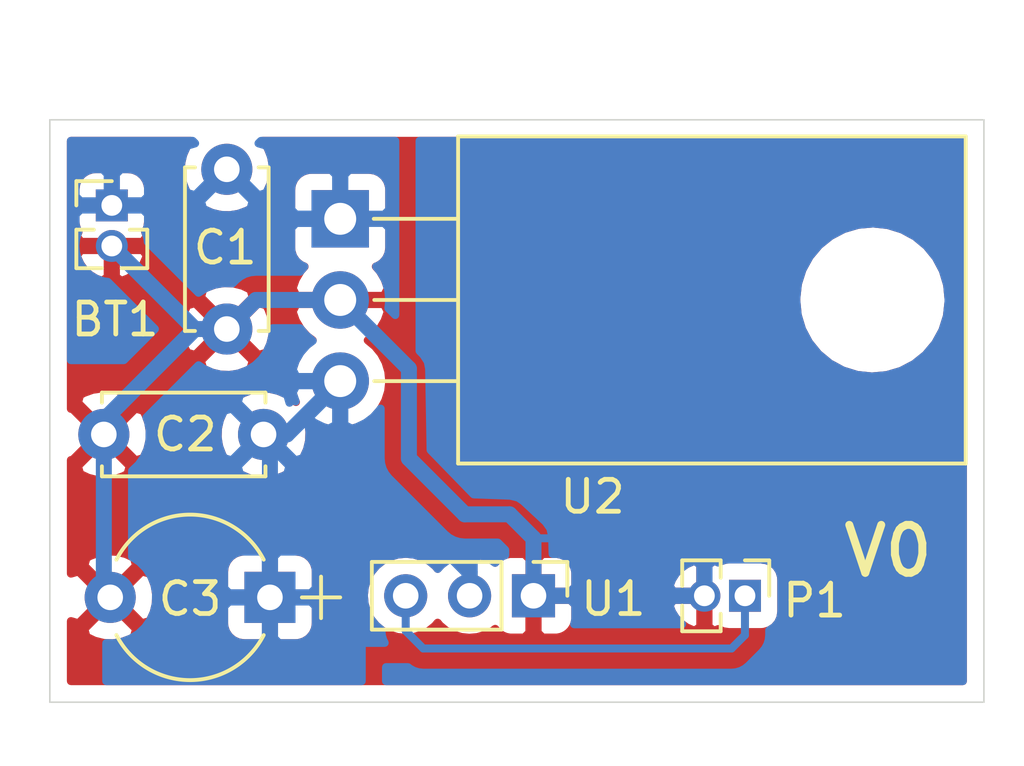
<source format=kicad_pcb>
(kicad_pcb (version 4) (host pcbnew 4.0.5)

  (general
    (links 12)
    (no_connects 0)
    (area 0 0 0 0)
    (thickness 1.6)
    (drawings 5)
    (tracks 34)
    (zones 0)
    (modules 7)
    (nets 5)
  )

  (page USLetter)
  (title_block
    (title "Light Flicker Sensor")
    (date 2017-10-08)
    (rev 0)
  )

  (layers
    (0 F.Cu signal)
    (31 B.Cu signal)
    (33 F.Adhes user)
    (35 F.Paste user)
    (37 F.SilkS user)
    (39 F.Mask user)
    (40 Dwgs.User user)
    (41 Cmts.User user)
    (42 Eco1.User user)
    (43 Eco2.User user)
    (44 Edge.Cuts user)
    (45 Margin user)
    (47 F.CrtYd user)
    (49 F.Fab user hide)
  )

  (setup
    (last_trace_width 0.25)
    (trace_clearance 0.1524)
    (zone_clearance 0.508)
    (zone_45_only no)
    (trace_min 0.1524)
    (segment_width 0.2)
    (edge_width 0.05)
    (via_size 0.6)
    (via_drill 0.4)
    (via_min_size 0.4)
    (via_min_drill 0.254)
    (uvia_size 0.3)
    (uvia_drill 0.1)
    (uvias_allowed no)
    (uvia_min_size 0.2)
    (uvia_min_drill 0.1)
    (pcb_text_width 0.3)
    (pcb_text_size 1.5 1.5)
    (mod_edge_width 0.15)
    (mod_text_size 1 1)
    (mod_text_width 0.15)
    (pad_size 1.524 1.524)
    (pad_drill 0.762)
    (pad_to_mask_clearance 0.2)
    (aux_axis_origin 0 0)
    (visible_elements FFFFFF7F)
    (pcbplotparams
      (layerselection 0x00030_80000001)
      (usegerberextensions false)
      (excludeedgelayer true)
      (linewidth 0.100000)
      (plotframeref false)
      (viasonmask false)
      (mode 1)
      (useauxorigin false)
      (hpglpennumber 1)
      (hpglpenspeed 20)
      (hpglpendiameter 15)
      (hpglpenoverlay 2)
      (psnegative false)
      (psa4output false)
      (plotreference true)
      (plotvalue true)
      (plotinvisibletext false)
      (padsonsilk false)
      (subtractmaskfromsilk false)
      (outputformat 1)
      (mirror false)
      (drillshape 1)
      (scaleselection 1)
      (outputdirectory ""))
  )

  (net 0 "")
  (net 1 +BATT)
  (net 2 GND)
  (net 3 +5V)
  (net 4 "Net-(P1-Pad1)")

  (net_class Default "This is the default net class."
    (clearance 0.1524)
    (trace_width 0.25)
    (via_dia 0.6)
    (via_drill 0.4)
    (uvia_dia 0.3)
    (uvia_drill 0.1)
    (add_net +5V)
    (add_net +BATT)
    (add_net GND)
    (add_net "Net-(P1-Pad1)")
  )

  (net_class Pwr ""
    (clearance 0.1524)
    (trace_width 0.5)
    (via_dia 0.6)
    (via_drill 0.4)
    (uvia_dia 0.3)
    (uvia_drill 0.1)
  )

  (module Pin_Headers:Pin_Header_Straight_1x02_Pitch1.27mm (layer F.Cu) (tedit 59650535) (tstamp 59DA5E1C)
    (at 137.5 89.43)
    (descr "Through hole straight pin header, 1x02, 1.27mm pitch, single row")
    (tags "Through hole pin header THT 1x02 1.27mm single row")
    (path /59DA5E15)
    (fp_text reference BT1 (at 0.1 3.57) (layer F.SilkS)
      (effects (font (size 1 1) (thickness 0.15)))
    )
    (fp_text value Battery (at 0 2.965) (layer F.Fab)
      (effects (font (size 1 1) (thickness 0.15)))
    )
    (fp_line (start -0.525 -0.635) (end 1.05 -0.635) (layer F.Fab) (width 0.1))
    (fp_line (start 1.05 -0.635) (end 1.05 1.905) (layer F.Fab) (width 0.1))
    (fp_line (start 1.05 1.905) (end -1.05 1.905) (layer F.Fab) (width 0.1))
    (fp_line (start -1.05 1.905) (end -1.05 -0.11) (layer F.Fab) (width 0.1))
    (fp_line (start -1.05 -0.11) (end -0.525 -0.635) (layer F.Fab) (width 0.1))
    (fp_line (start -1.11 1.965) (end -0.30753 1.965) (layer F.SilkS) (width 0.12))
    (fp_line (start 0.30753 1.965) (end 1.11 1.965) (layer F.SilkS) (width 0.12))
    (fp_line (start -1.11 0.76) (end -1.11 1.965) (layer F.SilkS) (width 0.12))
    (fp_line (start 1.11 0.76) (end 1.11 1.965) (layer F.SilkS) (width 0.12))
    (fp_line (start -1.11 0.76) (end -0.563471 0.76) (layer F.SilkS) (width 0.12))
    (fp_line (start 0.563471 0.76) (end 1.11 0.76) (layer F.SilkS) (width 0.12))
    (fp_line (start -1.11 0) (end -1.11 -0.76) (layer F.SilkS) (width 0.12))
    (fp_line (start -1.11 -0.76) (end 0 -0.76) (layer F.SilkS) (width 0.12))
    (fp_line (start -1.55 -1.15) (end -1.55 2.45) (layer F.CrtYd) (width 0.05))
    (fp_line (start -1.55 2.45) (end 1.55 2.45) (layer F.CrtYd) (width 0.05))
    (fp_line (start 1.55 2.45) (end 1.55 -1.15) (layer F.CrtYd) (width 0.05))
    (fp_line (start 1.55 -1.15) (end -1.55 -1.15) (layer F.CrtYd) (width 0.05))
    (fp_text user %R (at 0 0.635 90) (layer F.Fab)
      (effects (font (size 1 1) (thickness 0.15)))
    )
    (pad 1 thru_hole rect (at 0 0) (size 1 1) (drill 0.65) (layers *.Cu *.Mask)
      (net 1 +BATT))
    (pad 2 thru_hole oval (at 0 1.27) (size 1 1) (drill 0.65) (layers *.Cu *.Mask)
      (net 2 GND))
    (model ${KISYS3DMOD}/Pin_Headers.3dshapes/Pin_Header_Straight_1x02_Pitch1.27mm.wrl
      (at (xyz 0 0 0))
      (scale (xyz 1 1 1))
      (rotate (xyz 0 0 0))
    )
  )

  (module Capacitors_THT:C_Disc_D5.0mm_W2.5mm_P5.00mm (layer F.Cu) (tedit 597BC7C2) (tstamp 59DA5E31)
    (at 141.1 88.3 270)
    (descr "C, Disc series, Radial, pin pitch=5.00mm, , diameter*width=5*2.5mm^2, Capacitor, http://cdn-reichelt.de/documents/datenblatt/B300/DS_KERKO_TC.pdf")
    (tags "C Disc series Radial pin pitch 5.00mm  diameter 5mm width 2.5mm Capacitor")
    (path /59DA558F)
    (fp_text reference C1 (at 2.45 0.05 360) (layer F.SilkS)
      (effects (font (size 1 1) (thickness 0.15)))
    )
    (fp_text value "100 nF" (at 2.5 2.56 270) (layer F.Fab)
      (effects (font (size 1 1) (thickness 0.15)))
    )
    (fp_line (start 0 -1.25) (end 0 1.25) (layer F.Fab) (width 0.1))
    (fp_line (start 0 1.25) (end 5 1.25) (layer F.Fab) (width 0.1))
    (fp_line (start 5 1.25) (end 5 -1.25) (layer F.Fab) (width 0.1))
    (fp_line (start 5 -1.25) (end 0 -1.25) (layer F.Fab) (width 0.1))
    (fp_line (start -0.06 -1.31) (end 5.06 -1.31) (layer F.SilkS) (width 0.12))
    (fp_line (start -0.06 1.31) (end 5.06 1.31) (layer F.SilkS) (width 0.12))
    (fp_line (start -0.06 -1.31) (end -0.06 -0.996) (layer F.SilkS) (width 0.12))
    (fp_line (start -0.06 0.996) (end -0.06 1.31) (layer F.SilkS) (width 0.12))
    (fp_line (start 5.06 -1.31) (end 5.06 -0.996) (layer F.SilkS) (width 0.12))
    (fp_line (start 5.06 0.996) (end 5.06 1.31) (layer F.SilkS) (width 0.12))
    (fp_line (start -1.05 -1.6) (end -1.05 1.6) (layer F.CrtYd) (width 0.05))
    (fp_line (start -1.05 1.6) (end 6.05 1.6) (layer F.CrtYd) (width 0.05))
    (fp_line (start 6.05 1.6) (end 6.05 -1.6) (layer F.CrtYd) (width 0.05))
    (fp_line (start 6.05 -1.6) (end -1.05 -1.6) (layer F.CrtYd) (width 0.05))
    (fp_text user %R (at 2.5 0 270) (layer F.Fab)
      (effects (font (size 1 1) (thickness 0.15)))
    )
    (pad 1 thru_hole circle (at 0 0 270) (size 1.6 1.6) (drill 0.8) (layers *.Cu *.Mask)
      (net 1 +BATT))
    (pad 2 thru_hole circle (at 5 0 270) (size 1.6 1.6) (drill 0.8) (layers *.Cu *.Mask)
      (net 2 GND))
    (model ${KISYS3DMOD}/Capacitors_THT.3dshapes/C_Disc_D5.0mm_W2.5mm_P5.00mm.wrl
      (at (xyz 0 0 0))
      (scale (xyz 1 1 1))
      (rotate (xyz 0 0 0))
    )
  )

  (module Capacitors_THT:C_Disc_D5.0mm_W2.5mm_P5.00mm (layer F.Cu) (tedit 597BC7C2) (tstamp 59DA5E46)
    (at 142.25 96.6 180)
    (descr "C, Disc series, Radial, pin pitch=5.00mm, , diameter*width=5*2.5mm^2, Capacitor, http://cdn-reichelt.de/documents/datenblatt/B300/DS_KERKO_TC.pdf")
    (tags "C Disc series Radial pin pitch 5.00mm  diameter 5mm width 2.5mm Capacitor")
    (path /59DA5760)
    (fp_text reference C2 (at 2.45 0 180) (layer F.SilkS)
      (effects (font (size 1 1) (thickness 0.15)))
    )
    (fp_text value "100 nF" (at 2.5 2.56 180) (layer F.Fab)
      (effects (font (size 1 1) (thickness 0.15)))
    )
    (fp_line (start 0 -1.25) (end 0 1.25) (layer F.Fab) (width 0.1))
    (fp_line (start 0 1.25) (end 5 1.25) (layer F.Fab) (width 0.1))
    (fp_line (start 5 1.25) (end 5 -1.25) (layer F.Fab) (width 0.1))
    (fp_line (start 5 -1.25) (end 0 -1.25) (layer F.Fab) (width 0.1))
    (fp_line (start -0.06 -1.31) (end 5.06 -1.31) (layer F.SilkS) (width 0.12))
    (fp_line (start -0.06 1.31) (end 5.06 1.31) (layer F.SilkS) (width 0.12))
    (fp_line (start -0.06 -1.31) (end -0.06 -0.996) (layer F.SilkS) (width 0.12))
    (fp_line (start -0.06 0.996) (end -0.06 1.31) (layer F.SilkS) (width 0.12))
    (fp_line (start 5.06 -1.31) (end 5.06 -0.996) (layer F.SilkS) (width 0.12))
    (fp_line (start 5.06 0.996) (end 5.06 1.31) (layer F.SilkS) (width 0.12))
    (fp_line (start -1.05 -1.6) (end -1.05 1.6) (layer F.CrtYd) (width 0.05))
    (fp_line (start -1.05 1.6) (end 6.05 1.6) (layer F.CrtYd) (width 0.05))
    (fp_line (start 6.05 1.6) (end 6.05 -1.6) (layer F.CrtYd) (width 0.05))
    (fp_line (start 6.05 -1.6) (end -1.05 -1.6) (layer F.CrtYd) (width 0.05))
    (fp_text user %R (at 2.5 0 180) (layer F.Fab)
      (effects (font (size 1 1) (thickness 0.15)))
    )
    (pad 1 thru_hole circle (at 0 0 180) (size 1.6 1.6) (drill 0.8) (layers *.Cu *.Mask)
      (net 3 +5V))
    (pad 2 thru_hole circle (at 5 0 180) (size 1.6 1.6) (drill 0.8) (layers *.Cu *.Mask)
      (net 2 GND))
    (model ${KISYS3DMOD}/Capacitors_THT.3dshapes/C_Disc_D5.0mm_W2.5mm_P5.00mm.wrl
      (at (xyz 0 0 0))
      (scale (xyz 1 1 1))
      (rotate (xyz 0 0 0))
    )
  )

  (module Capacitors_THT:CP_Radial_Tantal_D5.0mm_P5.00mm (layer F.Cu) (tedit 597C781B) (tstamp 59DA5E58)
    (at 142.45 101.7 180)
    (descr "CP, Radial_Tantal series, Radial, pin pitch=5.00mm, , diameter=5.0mm, Tantal Electrolytic Capacitor, http://cdn-reichelt.de/documents/datenblatt/B300/TANTAL-TB-Serie%23.pdf")
    (tags "CP Radial_Tantal series Radial pin pitch 5.00mm  diameter 5.0mm Tantal Electrolytic Capacitor")
    (path /59DA57AD)
    (fp_text reference C3 (at 2.5 -0.05 180) (layer F.SilkS)
      (effects (font (size 1 1) (thickness 0.15)))
    )
    (fp_text value "10 µF" (at 2.5 3.81 180) (layer F.Fab)
      (effects (font (size 1 1) (thickness 0.15)))
    )
    (fp_arc (start 2.5 0) (end 0.19442 -1.18) (angle 125.8) (layer F.SilkS) (width 0.12))
    (fp_arc (start 2.5 0) (end 0.19442 1.18) (angle -125.8) (layer F.SilkS) (width 0.12))
    (fp_circle (center 2.5 0) (end 5 0) (layer F.Fab) (width 0.1))
    (fp_line (start -2.2 0) (end -1 0) (layer F.Fab) (width 0.1))
    (fp_line (start -1.6 -0.65) (end -1.6 0.65) (layer F.Fab) (width 0.1))
    (fp_line (start -2.2 0) (end -1 0) (layer F.SilkS) (width 0.12))
    (fp_line (start -1.6 -0.65) (end -1.6 0.65) (layer F.SilkS) (width 0.12))
    (fp_line (start -1.05 -2.85) (end -1.05 2.85) (layer F.CrtYd) (width 0.05))
    (fp_line (start -1.05 2.85) (end 6.05 2.85) (layer F.CrtYd) (width 0.05))
    (fp_line (start 6.05 2.85) (end 6.05 -2.85) (layer F.CrtYd) (width 0.05))
    (fp_line (start 6.05 -2.85) (end -1.05 -2.85) (layer F.CrtYd) (width 0.05))
    (fp_text user %R (at 2.5 0 180) (layer F.Fab)
      (effects (font (size 1 1) (thickness 0.15)))
    )
    (pad 1 thru_hole rect (at 0 0 180) (size 1.6 1.6) (drill 0.8) (layers *.Cu *.Mask)
      (net 3 +5V))
    (pad 2 thru_hole circle (at 5 0 180) (size 1.6 1.6) (drill 0.8) (layers *.Cu *.Mask)
      (net 2 GND))
    (model ${KISYS3DMOD}/Capacitors_THT.3dshapes/CP_Radial_Tantal_D5.0mm_P5.00mm.wrl
      (at (xyz 0 0 0))
      (scale (xyz 1 1 1))
      (rotate (xyz 0 0 0))
    )
  )

  (module Pin_Headers:Pin_Header_Straight_1x02_Pitch1.27mm (layer F.Cu) (tedit 59650535) (tstamp 59DA5E70)
    (at 157.32 101.65 270)
    (descr "Through hole straight pin header, 1x02, 1.27mm pitch, single row")
    (tags "Through hole pin header THT 1x02 1.27mm single row")
    (path /59DA5C1A)
    (fp_text reference P1 (at 0.15 -2.18 360) (layer F.SilkS)
      (effects (font (size 1 1) (thickness 0.15)))
    )
    (fp_text value CONN_01X02 (at 0 2.965 270) (layer F.Fab)
      (effects (font (size 1 1) (thickness 0.15)))
    )
    (fp_line (start -0.525 -0.635) (end 1.05 -0.635) (layer F.Fab) (width 0.1))
    (fp_line (start 1.05 -0.635) (end 1.05 1.905) (layer F.Fab) (width 0.1))
    (fp_line (start 1.05 1.905) (end -1.05 1.905) (layer F.Fab) (width 0.1))
    (fp_line (start -1.05 1.905) (end -1.05 -0.11) (layer F.Fab) (width 0.1))
    (fp_line (start -1.05 -0.11) (end -0.525 -0.635) (layer F.Fab) (width 0.1))
    (fp_line (start -1.11 1.965) (end -0.30753 1.965) (layer F.SilkS) (width 0.12))
    (fp_line (start 0.30753 1.965) (end 1.11 1.965) (layer F.SilkS) (width 0.12))
    (fp_line (start -1.11 0.76) (end -1.11 1.965) (layer F.SilkS) (width 0.12))
    (fp_line (start 1.11 0.76) (end 1.11 1.965) (layer F.SilkS) (width 0.12))
    (fp_line (start -1.11 0.76) (end -0.563471 0.76) (layer F.SilkS) (width 0.12))
    (fp_line (start 0.563471 0.76) (end 1.11 0.76) (layer F.SilkS) (width 0.12))
    (fp_line (start -1.11 0) (end -1.11 -0.76) (layer F.SilkS) (width 0.12))
    (fp_line (start -1.11 -0.76) (end 0 -0.76) (layer F.SilkS) (width 0.12))
    (fp_line (start -1.55 -1.15) (end -1.55 2.45) (layer F.CrtYd) (width 0.05))
    (fp_line (start -1.55 2.45) (end 1.55 2.45) (layer F.CrtYd) (width 0.05))
    (fp_line (start 1.55 2.45) (end 1.55 -1.15) (layer F.CrtYd) (width 0.05))
    (fp_line (start 1.55 -1.15) (end -1.55 -1.15) (layer F.CrtYd) (width 0.05))
    (fp_text user %R (at 0 0.635 360) (layer F.Fab)
      (effects (font (size 1 1) (thickness 0.15)))
    )
    (pad 1 thru_hole rect (at 0 0 270) (size 1 1) (drill 0.65) (layers *.Cu *.Mask)
      (net 4 "Net-(P1-Pad1)"))
    (pad 2 thru_hole oval (at 0 1.27 270) (size 1 1) (drill 0.65) (layers *.Cu *.Mask)
      (net 2 GND))
    (model ${KISYS3DMOD}/Pin_Headers.3dshapes/Pin_Header_Straight_1x02_Pitch1.27mm.wrl
      (at (xyz 0 0 0))
      (scale (xyz 1 1 1))
      (rotate (xyz 0 0 0))
    )
  )

  (module Pin_Headers:Pin_Header_Straight_1x03_Pitch2.00mm (layer F.Cu) (tedit 59650533) (tstamp 59DA5E87)
    (at 150.7 101.65 270)
    (descr "Through hole straight pin header, 1x03, 2.00mm pitch, single row")
    (tags "Through hole pin header THT 1x03 2.00mm single row")
    (path /59DA5A95)
    (fp_text reference U1 (at 0.1 -2.5 360) (layer F.SilkS)
      (effects (font (size 1 1) (thickness 0.15)))
    )
    (fp_text value TSL252 (at 0 6.06 270) (layer F.Fab)
      (effects (font (size 1 1) (thickness 0.15)))
    )
    (fp_line (start -0.5 -1) (end 1 -1) (layer F.Fab) (width 0.1))
    (fp_line (start 1 -1) (end 1 5) (layer F.Fab) (width 0.1))
    (fp_line (start 1 5) (end -1 5) (layer F.Fab) (width 0.1))
    (fp_line (start -1 5) (end -1 -0.5) (layer F.Fab) (width 0.1))
    (fp_line (start -1 -0.5) (end -0.5 -1) (layer F.Fab) (width 0.1))
    (fp_line (start -1.06 5.06) (end 1.06 5.06) (layer F.SilkS) (width 0.12))
    (fp_line (start -1.06 1) (end -1.06 5.06) (layer F.SilkS) (width 0.12))
    (fp_line (start 1.06 1) (end 1.06 5.06) (layer F.SilkS) (width 0.12))
    (fp_line (start -1.06 1) (end 1.06 1) (layer F.SilkS) (width 0.12))
    (fp_line (start -1.06 0) (end -1.06 -1.06) (layer F.SilkS) (width 0.12))
    (fp_line (start -1.06 -1.06) (end 0 -1.06) (layer F.SilkS) (width 0.12))
    (fp_line (start -1.5 -1.5) (end -1.5 5.5) (layer F.CrtYd) (width 0.05))
    (fp_line (start -1.5 5.5) (end 1.5 5.5) (layer F.CrtYd) (width 0.05))
    (fp_line (start 1.5 5.5) (end 1.5 -1.5) (layer F.CrtYd) (width 0.05))
    (fp_line (start 1.5 -1.5) (end -1.5 -1.5) (layer F.CrtYd) (width 0.05))
    (fp_text user %R (at 0 2 360) (layer F.Fab)
      (effects (font (size 1 1) (thickness 0.15)))
    )
    (pad 1 thru_hole rect (at 0 0 270) (size 1.35 1.35) (drill 0.8) (layers *.Cu *.Mask)
      (net 2 GND))
    (pad 2 thru_hole oval (at 0 2 270) (size 1.35 1.35) (drill 0.8) (layers *.Cu *.Mask)
      (net 3 +5V))
    (pad 3 thru_hole oval (at 0 4 270) (size 1.35 1.35) (drill 0.8) (layers *.Cu *.Mask)
      (net 4 "Net-(P1-Pad1)"))
    (model ${KISYS3DMOD}/Pin_Headers.3dshapes/Pin_Header_Straight_1x03_Pitch2.00mm.wrl
      (at (xyz 0 0 0))
      (scale (xyz 1 1 1))
      (rotate (xyz 0 0 0))
    )
  )

  (module TO_SOT_Packages_THT:TO-220-3_Horizontal (layer F.Cu) (tedit 58CE52AD) (tstamp 59DA5EA7)
    (at 144.65 89.85 270)
    (descr "TO-220-3, Horizontal, RM 2.54mm")
    (tags "TO-220-3 Horizontal RM 2.54mm")
    (path /59DA54F7)
    (fp_text reference U2 (at 8.7 -7.9 360) (layer F.SilkS)
      (effects (font (size 1 1) (thickness 0.15)))
    )
    (fp_text value LF50CV-DG (at 2.54 1.9 270) (layer F.Fab)
      (effects (font (size 1 1) (thickness 0.15)))
    )
    (fp_text user %R (at 2.54 -20.58 270) (layer F.Fab)
      (effects (font (size 1 1) (thickness 0.15)))
    )
    (fp_line (start -2.46 -13.06) (end -2.46 -19.46) (layer F.Fab) (width 0.1))
    (fp_line (start -2.46 -19.46) (end 7.54 -19.46) (layer F.Fab) (width 0.1))
    (fp_line (start 7.54 -19.46) (end 7.54 -13.06) (layer F.Fab) (width 0.1))
    (fp_line (start 7.54 -13.06) (end -2.46 -13.06) (layer F.Fab) (width 0.1))
    (fp_line (start -2.46 -3.81) (end -2.46 -13.06) (layer F.Fab) (width 0.1))
    (fp_line (start -2.46 -13.06) (end 7.54 -13.06) (layer F.Fab) (width 0.1))
    (fp_line (start 7.54 -13.06) (end 7.54 -3.81) (layer F.Fab) (width 0.1))
    (fp_line (start 7.54 -3.81) (end -2.46 -3.81) (layer F.Fab) (width 0.1))
    (fp_line (start 0 -3.81) (end 0 0) (layer F.Fab) (width 0.1))
    (fp_line (start 2.54 -3.81) (end 2.54 0) (layer F.Fab) (width 0.1))
    (fp_line (start 5.08 -3.81) (end 5.08 0) (layer F.Fab) (width 0.1))
    (fp_line (start -2.58 -3.69) (end 7.66 -3.69) (layer F.SilkS) (width 0.12))
    (fp_line (start -2.58 -19.58) (end 7.66 -19.58) (layer F.SilkS) (width 0.12))
    (fp_line (start -2.58 -19.58) (end -2.58 -3.69) (layer F.SilkS) (width 0.12))
    (fp_line (start 7.66 -19.58) (end 7.66 -3.69) (layer F.SilkS) (width 0.12))
    (fp_line (start 0 -3.69) (end 0 -1.05) (layer F.SilkS) (width 0.12))
    (fp_line (start 2.54 -3.69) (end 2.54 -1.066) (layer F.SilkS) (width 0.12))
    (fp_line (start 5.08 -3.69) (end 5.08 -1.066) (layer F.SilkS) (width 0.12))
    (fp_line (start -2.71 -19.71) (end -2.71 1.15) (layer F.CrtYd) (width 0.05))
    (fp_line (start -2.71 1.15) (end 7.79 1.15) (layer F.CrtYd) (width 0.05))
    (fp_line (start 7.79 1.15) (end 7.79 -19.71) (layer F.CrtYd) (width 0.05))
    (fp_line (start 7.79 -19.71) (end -2.71 -19.71) (layer F.CrtYd) (width 0.05))
    (fp_circle (center 2.54 -16.66) (end 4.39 -16.66) (layer F.Fab) (width 0.1))
    (pad 0 np_thru_hole oval (at 2.54 -16.66 270) (size 3.5 3.5) (drill 3.5) (layers *.Cu *.Mask))
    (pad 1 thru_hole rect (at 0 0 270) (size 1.8 1.8) (drill 1) (layers *.Cu *.Mask)
      (net 1 +BATT))
    (pad 2 thru_hole oval (at 2.54 0 270) (size 1.8 1.8) (drill 1) (layers *.Cu *.Mask)
      (net 2 GND))
    (pad 3 thru_hole oval (at 5.08 0 270) (size 1.8 1.8) (drill 1) (layers *.Cu *.Mask)
      (net 3 +5V))
    (model ${KISYS3DMOD}/TO_SOT_Packages_THT.3dshapes/TO-220-3_Horizontal.wrl
      (at (xyz 0.1 0 0))
      (scale (xyz 0.393701 0.393701 0.393701))
      (rotate (xyz 0 0 0))
    )
  )

  (gr_text V0 (at 161.8 100.25) (layer F.SilkS)
    (effects (font (size 1.5 1.5) (thickness 0.25)))
  )
  (gr_line (start 135.56 104.981) (end 135.56 86.75) (layer Edge.Cuts) (width 0.05))
  (gr_line (start 164.8 86.75) (end 164.8 104.981) (layer Edge.Cuts) (width 0.05))
  (gr_line (start 135.56 86.75) (end 164.8 86.75) (layer Edge.Cuts) (width 0.05))
  (gr_line (start 164.8 104.981) (end 135.56 104.981) (layer Edge.Cuts) (width 0.05))

  (segment (start 141.1 88.3) (end 139.97 89.43) (width 0.5) (layer B.Cu) (net 1))
  (segment (start 139.97 89.43) (end 137.5 89.43) (width 0.5) (layer B.Cu) (net 1))
  (segment (start 144.65 89.85) (end 142.65 89.85) (width 0.5) (layer B.Cu) (net 1))
  (segment (start 142.65 89.85) (end 141.1 88.3) (width 0.5) (layer B.Cu) (net 1))
  (segment (start 156.05 100.75) (end 155.15 99.85) (width 0.25) (layer B.Cu) (net 2))
  (segment (start 155.15 99.85) (end 150.7 99.85) (width 0.25) (layer B.Cu) (net 2))
  (segment (start 156.05 101.65) (end 156.05 100.75) (width 0.25) (layer B.Cu) (net 2))
  (segment (start 144.65 92.39) (end 146.8 94.54) (width 0.5) (layer B.Cu) (net 2))
  (segment (start 146.8 94.54) (end 146.8 97.35) (width 0.5) (layer B.Cu) (net 2))
  (segment (start 146.8 97.35) (end 148.55 99.1) (width 0.5) (layer B.Cu) (net 2))
  (segment (start 148.55 99.1) (end 149.95 99.1) (width 0.5) (layer B.Cu) (net 2))
  (segment (start 149.95 99.1) (end 150.7 99.85) (width 0.5) (layer B.Cu) (net 2))
  (segment (start 150.7 99.85) (end 150.7 101.65) (width 0.5) (layer B.Cu) (net 2))
  (segment (start 137.25 96.6) (end 137.25 101.5) (width 0.5) (layer B.Cu) (net 2))
  (segment (start 137.25 101.5) (end 137.45 101.7) (width 0.5) (layer B.Cu) (net 2))
  (segment (start 137.25 96.6) (end 137.25 96.15) (width 0.5) (layer B.Cu) (net 2))
  (segment (start 137.25 96.15) (end 140.1 93.3) (width 0.5) (layer B.Cu) (net 2))
  (segment (start 141.1 93.3) (end 140.1 93.3) (width 0.5) (layer B.Cu) (net 2))
  (segment (start 140.1 93.3) (end 137.5 90.7) (width 0.5) (layer B.Cu) (net 2))
  (segment (start 144.65 92.39) (end 142.01 92.39) (width 0.5) (layer B.Cu) (net 2))
  (segment (start 142.01 92.39) (end 141.1 93.3) (width 0.5) (layer B.Cu) (net 2))
  (segment (start 142.45 101.7) (end 142.45 99.3) (width 0.5) (layer B.Cu) (net 3))
  (segment (start 142.45 99.3) (end 142.45 96.8) (width 0.5) (layer B.Cu) (net 3))
  (segment (start 147.1 99.3) (end 142.45 99.3) (width 0.5) (layer B.Cu) (net 3))
  (segment (start 148.7 100.9) (end 147.1 99.3) (width 0.5) (layer B.Cu) (net 3))
  (segment (start 148.7 101.65) (end 148.7 100.9) (width 0.5) (layer B.Cu) (net 3))
  (segment (start 142.25 96.6) (end 142.98 96.6) (width 0.5) (layer B.Cu) (net 3))
  (segment (start 142.98 96.6) (end 144.65 94.93) (width 0.5) (layer B.Cu) (net 3))
  (segment (start 142.45 96.8) (end 142.25 96.6) (width 0.5) (layer B.Cu) (net 3))
  (segment (start 156.9 103.3) (end 157.32 102.88) (width 0.25) (layer B.Cu) (net 4))
  (segment (start 157.32 102.88) (end 157.32 101.65) (width 0.25) (layer B.Cu) (net 4))
  (segment (start 147.25 103.3) (end 156.9 103.3) (width 0.25) (layer B.Cu) (net 4))
  (segment (start 146.7 102.75) (end 147.25 103.3) (width 0.25) (layer B.Cu) (net 4))
  (segment (start 146.7 101.65) (end 146.7 102.75) (width 0.25) (layer B.Cu) (net 4))

  (zone (net 3) (net_name +5V) (layer B.Cu) (tstamp 0) (hatch edge 0.508)
    (priority 5)
    (connect_pads (clearance 0.508))
    (min_thickness 0.254)
    (fill yes (arc_segments 32) (thermal_gap 0.508) (thermal_bridge_width 0.508))
    (polygon
      (pts
        (xy 137.2 106.1) (xy 137.2 96.55) (xy 140 93.35) (xy 141.05 93.25) (xy 142 92.45)
        (xy 144.7 92.4) (xy 146.8 94.55) (xy 146.85 97.35) (xy 148.55 99.1) (xy 149.95 99.15)
        (xy 150.65 99.8) (xy 150.7 101.7) (xy 150.7 103.25) (xy 147.3 103.25) (xy 145.45 103.25)
        (xy 145.45 106.15)
      )
    )
    (filled_polygon
      (pts
        (xy 143.560809 93.479041) (xy 143.787988 93.666979) (xy 143.612884 93.798351) (xy 143.412038 94.022427) (xy 143.258766 94.28138)
        (xy 143.158959 94.565259) (xy 143.279008 94.803) (xy 144.523 94.803) (xy 144.523 94.783) (xy 144.777 94.783)
        (xy 144.777 94.803) (xy 144.797 94.803) (xy 144.797 95.057) (xy 144.777 95.057) (xy 144.777 96.300378)
        (xy 145.01474 96.421036) (xy 145.175107 96.372394) (xy 145.446414 96.242236) (xy 145.687116 96.061649) (xy 145.887962 95.837573)
        (xy 145.915 95.791892) (xy 145.915 97.35) (xy 145.922977 97.431356) (xy 145.930102 97.512796) (xy 145.931401 97.517267)
        (xy 145.931855 97.521897) (xy 145.955475 97.600131) (xy 145.97829 97.67866) (xy 145.980432 97.682793) (xy 145.981777 97.687247)
        (xy 146.020135 97.759388) (xy 146.057776 97.832006) (xy 146.060682 97.835646) (xy 146.062865 97.839752) (xy 146.114507 97.903071)
        (xy 146.165534 97.966991) (xy 146.171927 97.973474) (xy 146.17203 97.973601) (xy 146.172147 97.973698) (xy 146.17421 97.97579)
        (xy 147.924211 99.72579) (xy 147.98738 99.777677) (xy 148.050004 99.830225) (xy 148.054084 99.832468) (xy 148.057679 99.835421)
        (xy 148.129687 99.874032) (xy 148.201361 99.913435) (xy 148.2058 99.914843) (xy 148.209899 99.917041) (xy 148.288026 99.940927)
        (xy 148.365998 99.965661) (xy 148.370626 99.96618) (xy 148.375074 99.96754) (xy 148.456384 99.975799) (xy 148.537643 99.984914)
        (xy 148.546737 99.984977) (xy 148.546911 99.984995) (xy 148.547074 99.98498) (xy 148.55 99.985) (xy 149.58342 99.985)
        (xy 149.815 100.216579) (xy 149.815 100.37871) (xy 149.752366 100.398106) (xy 149.602441 100.4969) (xy 149.498561 100.618783)
        (xy 149.363629 100.520527) (xy 149.130528 100.412762) (xy 149.0294 100.38209) (xy 148.827 100.505776) (xy 148.827 101.523)
        (xy 148.847 101.523) (xy 148.847 101.777) (xy 148.827 101.777) (xy 148.827 101.797) (xy 148.573 101.797)
        (xy 148.573 101.777) (xy 148.553 101.777) (xy 148.553 101.523) (xy 148.573 101.523) (xy 148.573 100.505776)
        (xy 148.3706 100.38209) (xy 148.269472 100.412762) (xy 148.036371 100.520527) (xy 147.828773 100.671697) (xy 147.701869 100.809277)
        (xy 147.629538 100.72059) (xy 147.432543 100.557622) (xy 147.207645 100.43602) (xy 146.963412 100.360417) (xy 146.709145 100.333693)
        (xy 146.45453 100.356865) (xy 146.209265 100.42905) (xy 145.982692 100.5475) (xy 145.783441 100.707702) (xy 145.619101 100.903554)
        (xy 145.495933 101.127597) (xy 145.418627 101.371297) (xy 145.390128 101.625371) (xy 145.39 101.643661) (xy 145.39 101.656339)
        (xy 145.414949 101.910786) (xy 145.488845 102.155541) (xy 145.608873 102.381282) (xy 145.770462 102.57941) (xy 145.94 102.719664)
        (xy 145.94 102.75) (xy 145.946851 102.819877) (xy 145.952969 102.889803) (xy 145.954084 102.893641) (xy 145.954474 102.897618)
        (xy 145.974764 102.964821) (xy 145.994351 103.03224) (xy 145.99619 103.035788) (xy 145.997345 103.039613) (xy 146.030299 103.101591)
        (xy 146.041396 103.123) (xy 145.45 103.123) (xy 145.414619 103.128028) (xy 145.382039 103.142714) (xy 145.35484 103.165895)
        (xy 145.335177 103.195736) (xy 145.324605 103.229873) (xy 145.323 103.25) (xy 145.323 104.321) (xy 137.327 104.321)
        (xy 137.327 103.1328) (xy 137.560624 103.137693) (xy 137.837767 103.088826) (xy 138.10014 102.987058) (xy 138.337749 102.836267)
        (xy 138.541544 102.642195) (xy 138.703762 102.412236) (xy 138.818225 102.155148) (xy 138.856711 101.98575) (xy 141.015 101.98575)
        (xy 141.015 102.562542) (xy 141.039403 102.685223) (xy 141.08727 102.800785) (xy 141.156763 102.904789) (xy 141.245211 102.993237)
        (xy 141.349215 103.06273) (xy 141.464777 103.110597) (xy 141.587458 103.135) (xy 142.16425 103.135) (xy 142.323 102.97625)
        (xy 142.323 101.827) (xy 142.577 101.827) (xy 142.577 102.97625) (xy 142.73575 103.135) (xy 143.312542 103.135)
        (xy 143.435223 103.110597) (xy 143.550785 103.06273) (xy 143.654789 102.993237) (xy 143.743237 102.904789) (xy 143.81273 102.800785)
        (xy 143.860597 102.685223) (xy 143.885 102.562542) (xy 143.885 101.98575) (xy 143.72625 101.827) (xy 142.577 101.827)
        (xy 142.323 101.827) (xy 141.17375 101.827) (xy 141.015 101.98575) (xy 138.856711 101.98575) (xy 138.880573 101.880723)
        (xy 138.885061 101.559291) (xy 138.8304 101.283233) (xy 138.72316 101.023049) (xy 138.599854 100.837458) (xy 141.015 100.837458)
        (xy 141.015 101.41425) (xy 141.17375 101.573) (xy 142.323 101.573) (xy 142.323 100.42375) (xy 142.577 100.42375)
        (xy 142.577 101.573) (xy 143.72625 101.573) (xy 143.885 101.41425) (xy 143.885 100.837458) (xy 143.860597 100.714777)
        (xy 143.81273 100.599215) (xy 143.743237 100.495211) (xy 143.654789 100.406763) (xy 143.550785 100.33727) (xy 143.435223 100.289403)
        (xy 143.312542 100.265) (xy 142.73575 100.265) (xy 142.577 100.42375) (xy 142.323 100.42375) (xy 142.16425 100.265)
        (xy 141.587458 100.265) (xy 141.464777 100.289403) (xy 141.349215 100.33727) (xy 141.245211 100.406763) (xy 141.156763 100.495211)
        (xy 141.08727 100.599215) (xy 141.039403 100.714777) (xy 141.015 100.837458) (xy 138.599854 100.837458) (xy 138.567426 100.78865)
        (xy 138.369129 100.588964) (xy 138.135823 100.431597) (xy 138.135 100.431251) (xy 138.135 97.738012) (xy 138.137749 97.736267)
        (xy 138.288506 97.592702) (xy 141.436903 97.592702) (xy 141.508486 97.836671) (xy 141.763996 97.957571) (xy 142.038184 98.0263)
        (xy 142.320512 98.040217) (xy 142.60013 97.998787) (xy 142.866292 97.903603) (xy 142.991514 97.836671) (xy 143.063097 97.592702)
        (xy 142.25 96.779605) (xy 141.436903 97.592702) (xy 138.288506 97.592702) (xy 138.341544 97.542195) (xy 138.503762 97.312236)
        (xy 138.618225 97.055148) (xy 138.680573 96.780723) (xy 138.682111 96.670512) (xy 140.809783 96.670512) (xy 140.851213 96.95013)
        (xy 140.946397 97.216292) (xy 141.013329 97.341514) (xy 141.257298 97.413097) (xy 142.070395 96.6) (xy 141.257298 95.786903)
        (xy 141.013329 95.858486) (xy 140.892429 96.113996) (xy 140.8237 96.388184) (xy 140.809783 96.670512) (xy 138.682111 96.670512)
        (xy 138.685061 96.459291) (xy 138.6304 96.183233) (xy 138.583102 96.068478) (xy 139.044281 95.607298) (xy 141.436903 95.607298)
        (xy 142.25 96.420395) (xy 142.264143 96.406253) (xy 142.443748 96.585858) (xy 142.429605 96.6) (xy 143.242702 97.413097)
        (xy 143.486671 97.341514) (xy 143.607571 97.086004) (xy 143.6763 96.811816) (xy 143.690217 96.529488) (xy 143.648787 96.24987)
        (xy 143.560626 96.003347) (xy 143.612884 96.061649) (xy 143.853586 96.242236) (xy 144.124893 96.372394) (xy 144.28526 96.421036)
        (xy 144.523 96.300378) (xy 144.523 95.057) (xy 143.279008 95.057) (xy 143.158959 95.294741) (xy 143.254319 95.565972)
        (xy 143.17937 95.491023) (xy 143.063097 95.607296) (xy 142.991514 95.363329) (xy 142.736004 95.242429) (xy 142.461816 95.1737)
        (xy 142.179488 95.159783) (xy 141.89987 95.201213) (xy 141.633708 95.296397) (xy 141.508486 95.363329) (xy 141.436903 95.607298)
        (xy 139.044281 95.607298) (xy 140.217386 94.434193) (xy 140.396534 94.558704) (xy 140.654415 94.671369) (xy 140.929268 94.7318)
        (xy 141.210624 94.737693) (xy 141.487767 94.688826) (xy 141.75014 94.587058) (xy 141.987749 94.436267) (xy 142.191544 94.242195)
        (xy 142.353762 94.012236) (xy 142.468225 93.755148) (xy 142.530573 93.480723) (xy 142.533445 93.275) (xy 143.394398 93.275)
      )
    )
  )
  (zone (net 1) (net_name +BATT) (layer B.Cu) (tstamp 0) (hatch edge 0.508)
    (priority 3)
    (connect_pads (clearance 0.508))
    (min_thickness 0.254)
    (fill yes (arc_segments 32) (thermal_gap 0.508) (thermal_bridge_width 0.508))
    (polygon
      (pts
        (xy 135 85) (xy 146.5 85) (xy 146.5 94.4) (xy 135 94.4)
      )
    )
    (filled_polygon
      (pts
        (xy 140.107296 87.486903) (xy 139.863329 87.558486) (xy 139.742429 87.813996) (xy 139.6737 88.088184) (xy 139.659783 88.370512)
        (xy 139.701213 88.65013) (xy 139.796397 88.916292) (xy 139.863329 89.041514) (xy 140.107298 89.113097) (xy 140.920395 88.3)
        (xy 140.906253 88.285858) (xy 141.085858 88.106253) (xy 141.1 88.120395) (xy 141.114143 88.106253) (xy 141.293748 88.285858)
        (xy 141.279605 88.3) (xy 142.092702 89.113097) (xy 142.336671 89.041514) (xy 142.409565 88.887458) (xy 143.115 88.887458)
        (xy 143.115 89.56425) (xy 143.27375 89.723) (xy 144.523 89.723) (xy 144.523 88.47375) (xy 144.777 88.47375)
        (xy 144.777 89.723) (xy 146.02625 89.723) (xy 146.185 89.56425) (xy 146.185 88.887458) (xy 146.160597 88.764777)
        (xy 146.11273 88.649215) (xy 146.043237 88.545211) (xy 145.954789 88.456763) (xy 145.850785 88.38727) (xy 145.735223 88.339403)
        (xy 145.612542 88.315) (xy 144.93575 88.315) (xy 144.777 88.47375) (xy 144.523 88.47375) (xy 144.36425 88.315)
        (xy 143.687458 88.315) (xy 143.564777 88.339403) (xy 143.449215 88.38727) (xy 143.345211 88.456763) (xy 143.256763 88.545211)
        (xy 143.18727 88.649215) (xy 143.139403 88.764777) (xy 143.115 88.887458) (xy 142.409565 88.887458) (xy 142.457571 88.786004)
        (xy 142.5263 88.511816) (xy 142.540217 88.229488) (xy 142.498787 87.94987) (xy 142.403603 87.683708) (xy 142.336671 87.558486)
        (xy 142.092704 87.486903) (xy 142.169607 87.41) (xy 146.373 87.41) (xy 146.373 92.86142) (xy 146.159192 92.647612)
        (xy 146.18485 92.418859) (xy 146.185 92.397427) (xy 146.185 92.382573) (xy 146.155766 92.084423) (xy 146.069178 91.79763)
        (xy 145.928534 91.533117) (xy 145.774546 91.344309) (xy 145.850785 91.31273) (xy 145.954789 91.243237) (xy 146.043237 91.154789)
        (xy 146.11273 91.050785) (xy 146.160597 90.935223) (xy 146.185 90.812542) (xy 146.185 90.13575) (xy 146.02625 89.977)
        (xy 144.777 89.977) (xy 144.777 89.997) (xy 144.523 89.997) (xy 144.523 89.977) (xy 143.27375 89.977)
        (xy 143.115 90.13575) (xy 143.115 90.812542) (xy 143.139403 90.935223) (xy 143.18727 91.050785) (xy 143.256763 91.154789)
        (xy 143.345211 91.243237) (xy 143.449215 91.31273) (xy 143.526579 91.344775) (xy 143.392135 91.505) (xy 142.01 91.505)
        (xy 141.928599 91.512982) (xy 141.847203 91.520103) (xy 141.842736 91.521401) (xy 141.838103 91.521855) (xy 141.759852 91.54548)
        (xy 141.681339 91.56829) (xy 141.677205 91.570433) (xy 141.672753 91.571777) (xy 141.60063 91.610125) (xy 141.527994 91.647776)
        (xy 141.524354 91.650682) (xy 141.520248 91.652865) (xy 141.456929 91.704507) (xy 141.393009 91.755534) (xy 141.38653 91.761923)
        (xy 141.386399 91.76203) (xy 141.386299 91.762151) (xy 141.38421 91.764211) (xy 141.277059 91.871362) (xy 141.250724 91.865956)
        (xy 140.969313 91.863991) (xy 140.69288 91.916724) (xy 140.431954 92.022145) (xy 140.21542 92.163841) (xy 138.628546 90.576966)
        (xy 138.620388 90.487322) (xy 138.557846 90.274822) (xy 138.547074 90.254216) (xy 138.56273 90.230785) (xy 138.610597 90.115223)
        (xy 138.635 89.992542) (xy 138.635 89.71575) (xy 138.47625 89.557) (xy 137.627 89.557) (xy 137.627 89.576962)
        (xy 137.521339 89.565111) (xy 137.505492 89.565) (xy 137.494508 89.565) (xy 137.373 89.576914) (xy 137.373 89.557)
        (xy 136.52375 89.557) (xy 136.365 89.71575) (xy 136.365 89.992542) (xy 136.389403 90.115223) (xy 136.43727 90.230785)
        (xy 136.452089 90.252964) (xy 136.448193 90.26017) (xy 136.38269 90.471777) (xy 136.359536 90.692076) (xy 136.379612 90.912678)
        (xy 136.442154 91.125178) (xy 136.544781 91.321484) (xy 136.683582 91.494118) (xy 136.85327 91.636504) (xy 137.047384 91.743219)
        (xy 137.258528 91.810198) (xy 137.371263 91.822843) (xy 138.848421 93.3) (xy 137.875421 94.273) (xy 136.22 94.273)
        (xy 136.22 88.867458) (xy 136.365 88.867458) (xy 136.365 89.14425) (xy 136.52375 89.303) (xy 137.373 89.303)
        (xy 137.373 88.45375) (xy 137.627 88.45375) (xy 137.627 89.303) (xy 138.47625 89.303) (xy 138.486548 89.292702)
        (xy 140.286903 89.292702) (xy 140.358486 89.536671) (xy 140.613996 89.657571) (xy 140.888184 89.7263) (xy 141.170512 89.740217)
        (xy 141.45013 89.698787) (xy 141.716292 89.603603) (xy 141.841514 89.536671) (xy 141.913097 89.292702) (xy 141.1 88.479605)
        (xy 140.286903 89.292702) (xy 138.486548 89.292702) (xy 138.635 89.14425) (xy 138.635 88.867458) (xy 138.610597 88.744777)
        (xy 138.56273 88.629215) (xy 138.493237 88.525211) (xy 138.404789 88.436763) (xy 138.300785 88.36727) (xy 138.185223 88.319403)
        (xy 138.062542 88.295) (xy 137.78575 88.295) (xy 137.627 88.45375) (xy 137.373 88.45375) (xy 137.21425 88.295)
        (xy 136.937458 88.295) (xy 136.814777 88.319403) (xy 136.699215 88.36727) (xy 136.595211 88.436763) (xy 136.506763 88.525211)
        (xy 136.43727 88.629215) (xy 136.389403 88.744777) (xy 136.365 88.867458) (xy 136.22 88.867458) (xy 136.22 87.41)
        (xy 140.030393 87.41)
      )
    )
  )
  (zone (net 2) (net_name GND) (layer B.Cu) (tstamp 0) (hatch edge 0.508)
    (priority 1)
    (connect_pads (clearance 0.508))
    (min_thickness 0.254)
    (fill yes (arc_segments 32) (thermal_gap 0.508) (thermal_bridge_width 0.508))
    (polygon
      (pts
        (xy 134 83) (xy 166 83) (xy 166 107) (xy 134 107)
      )
    )
    (filled_polygon
      (pts
        (xy 164.14 104.321) (xy 146.085 104.321) (xy 146.085 103.885) (xy 146.770469 103.885) (xy 146.820625 103.927086)
        (xy 146.824126 103.929011) (xy 146.827215 103.931548) (xy 146.889067 103.964713) (xy 146.950604 103.998543) (xy 146.954416 103.999752)
        (xy 146.957935 104.001639) (xy 147.025043 104.022156) (xy 147.091987 104.043392) (xy 147.095958 104.043837) (xy 147.09978 104.045006)
        (xy 147.16961 104.052099) (xy 147.239389 104.059926) (xy 147.247204 104.059981) (xy 147.247347 104.059995) (xy 147.24748 104.059982)
        (xy 147.25 104.06) (xy 156.9 104.06) (xy 156.969877 104.053149) (xy 157.039803 104.047031) (xy 157.043641 104.045916)
        (xy 157.047618 104.045526) (xy 157.114821 104.025236) (xy 157.18224 104.005649) (xy 157.185788 104.00381) (xy 157.189613 104.002655)
        (xy 157.251591 103.969701) (xy 157.313925 103.93739) (xy 157.317048 103.934897) (xy 157.320578 103.93302) (xy 157.374987 103.888645)
        (xy 157.429846 103.844852) (xy 157.435406 103.839369) (xy 157.435522 103.839274) (xy 157.435611 103.839166) (xy 157.437401 103.837401)
        (xy 157.857401 103.417401) (xy 157.901968 103.363145) (xy 157.947086 103.309375) (xy 157.949011 103.305874) (xy 157.951548 103.302785)
        (xy 157.984732 103.240898) (xy 158.018543 103.179396) (xy 158.019751 103.175588) (xy 158.02164 103.172065) (xy 158.04218 103.104882)
        (xy 158.063392 103.038013) (xy 158.063837 103.034046) (xy 158.065007 103.030219) (xy 158.072109 102.960301) (xy 158.079926 102.890611)
        (xy 158.07998 102.882806) (xy 158.079996 102.882653) (xy 158.079982 102.88251) (xy 158.08 102.88) (xy 158.08 102.730806)
        (xy 158.092634 102.726894) (xy 158.242559 102.6281) (xy 158.359025 102.49145) (xy 158.43281 102.327763) (xy 158.458072 102.15)
        (xy 158.458072 101.15) (xy 158.450008 101.048879) (xy 158.396894 100.877366) (xy 158.2981 100.727441) (xy 158.16145 100.610975)
        (xy 157.997763 100.53719) (xy 157.82 100.511928) (xy 156.82 100.511928) (xy 156.718879 100.519992) (xy 156.547366 100.573106)
        (xy 156.491292 100.610056) (xy 156.406864 100.572554) (xy 156.351874 100.555881) (xy 156.177 100.682046) (xy 156.177 101.523)
        (xy 156.181928 101.523) (xy 156.181928 101.777) (xy 156.177 101.777) (xy 156.177 101.797) (xy 155.923 101.797)
        (xy 155.923 101.777) (xy 155.080871 101.777) (xy 154.955874 101.951876) (xy 155.03579 102.159529) (xy 155.154682 102.347601)
        (xy 155.30798 102.508865) (xy 155.352116 102.54) (xy 151.973263 102.54) (xy 151.985597 102.510223) (xy 152.01 102.387542)
        (xy 152.01 101.93575) (xy 151.85125 101.777) (xy 151.335 101.777) (xy 151.335 101.7) (xy 151.33478 101.683295)
        (xy 151.330562 101.523) (xy 151.85125 101.523) (xy 152.01 101.36425) (xy 152.01 101.348124) (xy 154.955874 101.348124)
        (xy 155.080871 101.523) (xy 155.923 101.523) (xy 155.923 100.682046) (xy 155.748126 100.555881) (xy 155.693136 100.572554)
        (xy 155.489794 100.662877) (xy 155.30798 100.791135) (xy 155.154682 100.952399) (xy 155.03579 101.140471) (xy 154.955874 101.348124)
        (xy 152.01 101.348124) (xy 152.01 100.912458) (xy 151.985597 100.789777) (xy 151.93773 100.674215) (xy 151.868237 100.570211)
        (xy 151.779789 100.481763) (xy 151.675785 100.41227) (xy 151.560223 100.364403) (xy 151.437542 100.34) (xy 151.29943 100.34)
        (xy 151.28478 99.783295) (xy 151.229081 99.539443) (xy 151.082086 99.334676) (xy 150.382086 98.684676) (xy 150.217772 98.574219)
        (xy 149.972664 98.515405) (xy 148.827673 98.474512) (xy 147.480416 97.087631) (xy 147.434899 94.538663) (xy 147.391098 94.317992)
        (xy 147.254264 94.1063) (xy 147.135 93.984196) (xy 147.135 92.37846) (xy 158.925 92.37846) (xy 158.925 92.40154)
        (xy 158.970422 92.864789) (xy 159.104958 93.310393) (xy 159.323483 93.721379) (xy 159.617674 94.082093) (xy 159.976325 94.378795)
        (xy 160.385775 94.600184) (xy 160.830429 94.737827) (xy 161.29335 94.786482) (xy 161.756904 94.744295) (xy 162.203437 94.612873)
        (xy 162.615938 94.397223) (xy 162.978697 94.105557) (xy 163.277896 93.748986) (xy 163.502138 93.341091) (xy 163.642882 92.897409)
        (xy 163.694768 92.43484) (xy 163.695 92.40154) (xy 163.695 92.37846) (xy 163.649578 91.915211) (xy 163.515042 91.469607)
        (xy 163.296517 91.058621) (xy 163.002326 90.697907) (xy 162.643675 90.401205) (xy 162.234225 90.179816) (xy 161.789571 90.042173)
        (xy 161.32665 89.993518) (xy 160.863096 90.035705) (xy 160.416563 90.167127) (xy 160.004062 90.382777) (xy 159.641303 90.674443)
        (xy 159.342104 91.031014) (xy 159.117862 91.438909) (xy 158.977118 91.882591) (xy 158.925232 92.34516) (xy 158.925 92.37846)
        (xy 147.135 92.37846) (xy 147.135 87.41) (xy 164.14 87.41)
      )
    )
  )
  (zone (net 2) (net_name GND) (layer F.Cu) (tstamp 0) (hatch edge 0.508)
    (priority 1)
    (connect_pads (clearance 0.508))
    (min_thickness 0.254)
    (fill yes (arc_segments 32) (thermal_gap 0.508) (thermal_bridge_width 0.508))
    (polygon
      (pts
        (xy 134 83) (xy 166 83) (xy 166 107) (xy 134 107)
      )
    )
    (filled_polygon
      (pts
        (xy 139.836416 87.605339) (xy 139.725553 87.864) (xy 139.667043 88.139268) (xy 139.663114 88.420659) (xy 139.713915 88.697453)
        (xy 139.817512 88.959109) (xy 139.969959 89.19566) (xy 140.165448 89.398095) (xy 140.396534 89.558704) (xy 140.654415 89.671369)
        (xy 140.929268 89.7318) (xy 141.210624 89.737693) (xy 141.487767 89.688826) (xy 141.75014 89.587058) (xy 141.987749 89.436267)
        (xy 142.191544 89.242195) (xy 142.353762 89.012236) (xy 142.381471 88.95) (xy 143.111928 88.95) (xy 143.111928 90.75)
        (xy 143.119992 90.851121) (xy 143.173106 91.022634) (xy 143.2719 91.172559) (xy 143.40855 91.289025) (xy 143.534501 91.3458)
        (xy 143.412038 91.482427) (xy 143.258766 91.74138) (xy 143.158959 92.025259) (xy 143.279008 92.263) (xy 144.523 92.263)
        (xy 144.523 92.243) (xy 144.777 92.243) (xy 144.777 92.263) (xy 146.020992 92.263) (xy 146.141041 92.025259)
        (xy 146.041234 91.74138) (xy 145.887962 91.482427) (xy 145.764648 91.344851) (xy 145.822634 91.326894) (xy 145.972559 91.2281)
        (xy 146.089025 91.09145) (xy 146.16281 90.927763) (xy 146.188072 90.75) (xy 146.188072 88.95) (xy 146.180008 88.848879)
        (xy 146.126894 88.677366) (xy 146.0281 88.527441) (xy 145.89145 88.410975) (xy 145.727763 88.33719) (xy 145.55 88.311928)
        (xy 143.75 88.311928) (xy 143.648879 88.319992) (xy 143.477366 88.373106) (xy 143.327441 88.4719) (xy 143.210975 88.60855)
        (xy 143.13719 88.772237) (xy 143.111928 88.95) (xy 142.381471 88.95) (xy 142.468225 88.755148) (xy 142.530573 88.480723)
        (xy 142.535061 88.159291) (xy 142.4804 87.883233) (xy 142.37316 87.623049) (xy 142.231611 87.41) (xy 164.14 87.41)
        (xy 164.14 104.321) (xy 136.22 104.321) (xy 136.22 102.692702) (xy 136.636903 102.692702) (xy 136.708486 102.936671)
        (xy 136.963996 103.057571) (xy 137.238184 103.1263) (xy 137.520512 103.140217) (xy 137.80013 103.098787) (xy 138.066292 103.003603)
        (xy 138.191514 102.936671) (xy 138.263097 102.692702) (xy 137.45 101.879605) (xy 136.636903 102.692702) (xy 136.22 102.692702)
        (xy 136.22 102.443471) (xy 136.457298 102.513097) (xy 137.270395 101.7) (xy 137.629605 101.7) (xy 138.442702 102.513097)
        (xy 138.686671 102.441514) (xy 138.807571 102.186004) (xy 138.8763 101.911816) (xy 138.890217 101.629488) (xy 138.848787 101.34987)
        (xy 138.753603 101.083708) (xy 138.686671 100.958486) (xy 138.48734 100.9) (xy 141.011928 100.9) (xy 141.011928 102.5)
        (xy 141.019992 102.601121) (xy 141.073106 102.772634) (xy 141.1719 102.922559) (xy 141.30855 103.039025) (xy 141.472237 103.11281)
        (xy 141.65 103.138072) (xy 143.25 103.138072) (xy 143.351121 103.130008) (xy 143.522634 103.076894) (xy 143.672559 102.9781)
        (xy 143.789025 102.84145) (xy 143.86281 102.677763) (xy 143.888072 102.5) (xy 143.888072 101.643661) (xy 145.39 101.643661)
        (xy 145.39 101.656339) (xy 145.414949 101.910786) (xy 145.488845 102.155541) (xy 145.608873 102.381282) (xy 145.770462 102.57941)
        (xy 145.967457 102.742378) (xy 146.192355 102.86398) (xy 146.436588 102.939583) (xy 146.690855 102.966307) (xy 146.94547 102.943135)
        (xy 147.190735 102.87095) (xy 147.417308 102.7525) (xy 147.616559 102.592298) (xy 147.699935 102.492935) (xy 147.770462 102.57941)
        (xy 147.967457 102.742378) (xy 148.192355 102.86398) (xy 148.436588 102.939583) (xy 148.690855 102.966307) (xy 148.94547 102.943135)
        (xy 149.190735 102.87095) (xy 149.417308 102.7525) (xy 149.501635 102.684699) (xy 149.531763 102.729789) (xy 149.620211 102.818237)
        (xy 149.724215 102.88773) (xy 149.839777 102.935597) (xy 149.962458 102.96) (xy 150.41425 102.96) (xy 150.573 102.80125)
        (xy 150.573 101.777) (xy 150.827 101.777) (xy 150.827 102.80125) (xy 150.98575 102.96) (xy 151.437542 102.96)
        (xy 151.560223 102.935597) (xy 151.675785 102.88773) (xy 151.779789 102.818237) (xy 151.868237 102.729789) (xy 151.93773 102.625785)
        (xy 151.985597 102.510223) (xy 152.01 102.387542) (xy 152.01 101.951876) (xy 154.955874 101.951876) (xy 155.03579 102.159529)
        (xy 155.154682 102.347601) (xy 155.30798 102.508865) (xy 155.489794 102.637123) (xy 155.693136 102.727446) (xy 155.748126 102.744119)
        (xy 155.923 102.617954) (xy 155.923 101.777) (xy 155.080871 101.777) (xy 154.955874 101.951876) (xy 152.01 101.951876)
        (xy 152.01 101.93575) (xy 151.85125 101.777) (xy 150.827 101.777) (xy 150.573 101.777) (xy 150.553 101.777)
        (xy 150.553 101.523) (xy 150.573 101.523) (xy 150.573 100.49875) (xy 150.827 100.49875) (xy 150.827 101.523)
        (xy 151.85125 101.523) (xy 152.01 101.36425) (xy 152.01 101.348124) (xy 154.955874 101.348124) (xy 155.080871 101.523)
        (xy 155.923 101.523) (xy 155.923 100.682046) (xy 156.177 100.682046) (xy 156.177 101.523) (xy 156.181928 101.523)
        (xy 156.181928 101.777) (xy 156.177 101.777) (xy 156.177 102.617954) (xy 156.351874 102.744119) (xy 156.406864 102.727446)
        (xy 156.485901 102.692338) (xy 156.642237 102.76281) (xy 156.82 102.788072) (xy 157.82 102.788072) (xy 157.921121 102.780008)
        (xy 158.092634 102.726894) (xy 158.242559 102.6281) (xy 158.359025 102.49145) (xy 158.43281 102.327763) (xy 158.458072 102.15)
        (xy 158.458072 101.15) (xy 158.450008 101.048879) (xy 158.396894 100.877366) (xy 158.2981 100.727441) (xy 158.16145 100.610975)
        (xy 157.997763 100.53719) (xy 157.82 100.511928) (xy 156.82 100.511928) (xy 156.718879 100.519992) (xy 156.547366 100.573106)
        (xy 156.491292 100.610056) (xy 156.406864 100.572554) (xy 156.351874 100.555881) (xy 156.177 100.682046) (xy 155.923 100.682046)
        (xy 155.748126 100.555881) (xy 155.693136 100.572554) (xy 155.489794 100.662877) (xy 155.30798 100.791135) (xy 155.154682 100.952399)
        (xy 155.03579 101.140471) (xy 154.955874 101.348124) (xy 152.01 101.348124) (xy 152.01 100.912458) (xy 151.985597 100.789777)
        (xy 151.93773 100.674215) (xy 151.868237 100.570211) (xy 151.779789 100.481763) (xy 151.675785 100.41227) (xy 151.560223 100.364403)
        (xy 151.437542 100.34) (xy 150.98575 100.34) (xy 150.827 100.49875) (xy 150.573 100.49875) (xy 150.41425 100.34)
        (xy 149.962458 100.34) (xy 149.839777 100.364403) (xy 149.724215 100.41227) (xy 149.620211 100.481763) (xy 149.531763 100.570211)
        (xy 149.501859 100.614965) (xy 149.432543 100.557622) (xy 149.207645 100.43602) (xy 148.963412 100.360417) (xy 148.709145 100.333693)
        (xy 148.45453 100.356865) (xy 148.209265 100.42905) (xy 147.982692 100.5475) (xy 147.783441 100.707702) (xy 147.700065 100.807065)
        (xy 147.629538 100.72059) (xy 147.432543 100.557622) (xy 147.207645 100.43602) (xy 146.963412 100.360417) (xy 146.709145 100.333693)
        (xy 146.45453 100.356865) (xy 146.209265 100.42905) (xy 145.982692 100.5475) (xy 145.783441 100.707702) (xy 145.619101 100.903554)
        (xy 145.495933 101.127597) (xy 145.418627 101.371297) (xy 145.390128 101.625371) (xy 145.39 101.643661) (xy 143.888072 101.643661)
        (xy 143.888072 100.9) (xy 143.880008 100.798879) (xy 143.826894 100.627366) (xy 143.7281 100.477441) (xy 143.59145 100.360975)
        (xy 143.427763 100.28719) (xy 143.25 100.261928) (xy 141.65 100.261928) (xy 141.548879 100.269992) (xy 141.377366 100.323106)
        (xy 141.227441 100.4219) (xy 141.110975 100.55855) (xy 141.03719 100.722237) (xy 141.011928 100.9) (xy 138.48734 100.9)
        (xy 138.442702 100.886903) (xy 137.629605 101.7) (xy 137.270395 101.7) (xy 136.457298 100.886903) (xy 136.22 100.956529)
        (xy 136.22 100.707298) (xy 136.636903 100.707298) (xy 137.45 101.520395) (xy 138.263097 100.707298) (xy 138.191514 100.463329)
        (xy 137.936004 100.342429) (xy 137.661816 100.2737) (xy 137.379488 100.259783) (xy 137.09987 100.301213) (xy 136.833708 100.396397)
        (xy 136.708486 100.463329) (xy 136.636903 100.707298) (xy 136.22 100.707298) (xy 136.22 97.592702) (xy 136.436903 97.592702)
        (xy 136.508486 97.836671) (xy 136.763996 97.957571) (xy 137.038184 98.0263) (xy 137.320512 98.040217) (xy 137.60013 97.998787)
        (xy 137.866292 97.903603) (xy 137.991514 97.836671) (xy 138.063097 97.592702) (xy 137.25 96.779605) (xy 136.436903 97.592702)
        (xy 136.22 97.592702) (xy 136.22 97.402153) (xy 136.257298 97.413097) (xy 137.070395 96.6) (xy 137.429605 96.6)
        (xy 138.242702 97.413097) (xy 138.486671 97.341514) (xy 138.607571 97.086004) (xy 138.6763 96.811816) (xy 138.680793 96.720659)
        (xy 140.813114 96.720659) (xy 140.863915 96.997453) (xy 140.967512 97.259109) (xy 141.119959 97.49566) (xy 141.315448 97.698095)
        (xy 141.546534 97.858704) (xy 141.804415 97.971369) (xy 142.079268 98.0318) (xy 142.360624 98.037693) (xy 142.637767 97.988826)
        (xy 142.90014 97.887058) (xy 143.137749 97.736267) (xy 143.341544 97.542195) (xy 143.503762 97.312236) (xy 143.618225 97.055148)
        (xy 143.680573 96.780723) (xy 143.685061 96.459291) (xy 143.6304 96.183233) (xy 143.563716 96.021446) (xy 143.791639 96.21)
        (xy 144.055164 96.352487) (xy 144.341345 96.441075) (xy 144.639284 96.47239) (xy 144.93763 96.445238) (xy 145.225021 96.360654)
        (xy 145.49051 96.22186) (xy 145.723983 96.034143) (xy 145.916549 95.804651) (xy 146.060873 95.542128) (xy 146.151457 95.256571)
        (xy 146.18485 94.958859) (xy 146.185 94.937427) (xy 146.185 94.922573) (xy 146.155766 94.624423) (xy 146.069178 94.33763)
        (xy 145.928534 94.073117) (xy 145.739191 93.840959) (xy 145.512012 93.653021) (xy 145.687116 93.521649) (xy 145.887962 93.297573)
        (xy 146.041234 93.03862) (xy 146.141041 92.754741) (xy 146.020992 92.517) (xy 144.777 92.517) (xy 144.777 92.537)
        (xy 144.523 92.537) (xy 144.523 92.517) (xy 143.279008 92.517) (xy 143.158959 92.754741) (xy 143.258766 93.03862)
        (xy 143.412038 93.297573) (xy 143.612884 93.521649) (xy 143.789537 93.654183) (xy 143.576017 93.825857) (xy 143.383451 94.055349)
        (xy 143.239127 94.317872) (xy 143.148543 94.603429) (xy 143.11515 94.901141) (xy 143.115 94.922573) (xy 143.115 94.937427)
        (xy 143.144234 95.235577) (xy 143.230822 95.52237) (xy 143.263692 95.584189) (xy 143.169129 95.488964) (xy 142.935823 95.331597)
        (xy 142.676394 95.222543) (xy 142.400724 95.165956) (xy 142.119313 95.163991) (xy 141.84288 95.216724) (xy 141.581954 95.322145)
        (xy 141.346473 95.476239) (xy 141.145408 95.673137) (xy 140.986416 95.905339) (xy 140.875553 96.164) (xy 140.817043 96.439268)
        (xy 140.813114 96.720659) (xy 138.680793 96.720659) (xy 138.690217 96.529488) (xy 138.648787 96.24987) (xy 138.553603 95.983708)
        (xy 138.486671 95.858486) (xy 138.242702 95.786903) (xy 137.429605 96.6) (xy 137.070395 96.6) (xy 136.257298 95.786903)
        (xy 136.22 95.797847) (xy 136.22 95.607298) (xy 136.436903 95.607298) (xy 137.25 96.420395) (xy 138.063097 95.607298)
        (xy 137.991514 95.363329) (xy 137.736004 95.242429) (xy 137.461816 95.1737) (xy 137.179488 95.159783) (xy 136.89987 95.201213)
        (xy 136.633708 95.296397) (xy 136.508486 95.363329) (xy 136.436903 95.607298) (xy 136.22 95.607298) (xy 136.22 94.292702)
        (xy 140.286903 94.292702) (xy 140.358486 94.536671) (xy 140.613996 94.657571) (xy 140.888184 94.7263) (xy 141.170512 94.740217)
        (xy 141.45013 94.698787) (xy 141.716292 94.603603) (xy 141.841514 94.536671) (xy 141.913097 94.292702) (xy 141.1 93.479605)
        (xy 140.286903 94.292702) (xy 136.22 94.292702) (xy 136.22 93.370512) (xy 139.659783 93.370512) (xy 139.701213 93.65013)
        (xy 139.796397 93.916292) (xy 139.863329 94.041514) (xy 140.107298 94.113097) (xy 140.920395 93.3) (xy 141.279605 93.3)
        (xy 142.092702 94.113097) (xy 142.336671 94.041514) (xy 142.457571 93.786004) (xy 142.5263 93.511816) (xy 142.540217 93.229488)
        (xy 142.498787 92.94987) (xy 142.403603 92.683708) (xy 142.336671 92.558486) (xy 142.092702 92.486903) (xy 141.279605 93.3)
        (xy 140.920395 93.3) (xy 140.107298 92.486903) (xy 139.863329 92.558486) (xy 139.742429 92.813996) (xy 139.6737 93.088184)
        (xy 139.659783 93.370512) (xy 136.22 93.370512) (xy 136.22 92.307298) (xy 140.286903 92.307298) (xy 141.1 93.120395)
        (xy 141.841935 92.37846) (xy 158.925 92.37846) (xy 158.925 92.40154) (xy 158.970422 92.864789) (xy 159.104958 93.310393)
        (xy 159.323483 93.721379) (xy 159.617674 94.082093) (xy 159.976325 94.378795) (xy 160.385775 94.600184) (xy 160.830429 94.737827)
        (xy 161.29335 94.786482) (xy 161.756904 94.744295) (xy 162.203437 94.612873) (xy 162.615938 94.397223) (xy 162.978697 94.105557)
        (xy 163.277896 93.748986) (xy 163.502138 93.341091) (xy 163.642882 92.897409) (xy 163.694768 92.43484) (xy 163.695 92.40154)
        (xy 163.695 92.37846) (xy 163.649578 91.915211) (xy 163.515042 91.469607) (xy 163.296517 91.058621) (xy 163.002326 90.697907)
        (xy 162.643675 90.401205) (xy 162.234225 90.179816) (xy 161.789571 90.042173) (xy 161.32665 89.993518) (xy 160.863096 90.035705)
        (xy 160.416563 90.167127) (xy 160.004062 90.382777) (xy 159.641303 90.674443) (xy 159.342104 91.031014) (xy 159.117862 91.438909)
        (xy 158.977118 91.882591) (xy 158.925232 92.34516) (xy 158.925 92.37846) (xy 141.841935 92.37846) (xy 141.913097 92.307298)
        (xy 141.841514 92.063329) (xy 141.586004 91.942429) (xy 141.311816 91.8737) (xy 141.029488 91.859783) (xy 140.74987 91.901213)
        (xy 140.483708 91.996397) (xy 140.358486 92.063329) (xy 140.286903 92.307298) (xy 136.22 92.307298) (xy 136.22 91.001874)
        (xy 136.405881 91.001874) (xy 136.422554 91.056864) (xy 136.512877 91.260206) (xy 136.641135 91.44202) (xy 136.802399 91.595318)
        (xy 136.990471 91.71421) (xy 137.198124 91.794126) (xy 137.373 91.669129) (xy 137.373 90.827) (xy 137.627 90.827)
        (xy 137.627 91.669129) (xy 137.801876 91.794126) (xy 138.009529 91.71421) (xy 138.197601 91.595318) (xy 138.358865 91.44202)
        (xy 138.487123 91.260206) (xy 138.577446 91.056864) (xy 138.594119 91.001874) (xy 138.467954 90.827) (xy 137.627 90.827)
        (xy 137.373 90.827) (xy 136.532046 90.827) (xy 136.405881 91.001874) (xy 136.22 91.001874) (xy 136.22 88.93)
        (xy 136.361928 88.93) (xy 136.361928 89.93) (xy 136.369992 90.031121) (xy 136.423106 90.202634) (xy 136.460056 90.258708)
        (xy 136.422554 90.343136) (xy 136.405881 90.398126) (xy 136.532046 90.573) (xy 137.373 90.573) (xy 137.373 90.568072)
        (xy 137.627 90.568072) (xy 137.627 90.573) (xy 138.467954 90.573) (xy 138.594119 90.398126) (xy 138.577446 90.343136)
        (xy 138.542338 90.264099) (xy 138.61281 90.107763) (xy 138.638072 89.93) (xy 138.638072 88.93) (xy 138.630008 88.828879)
        (xy 138.576894 88.657366) (xy 138.4781 88.507441) (xy 138.34145 88.390975) (xy 138.177763 88.31719) (xy 138 88.291928)
        (xy 137 88.291928) (xy 136.898879 88.299992) (xy 136.727366 88.353106) (xy 136.577441 88.4519) (xy 136.460975 88.58855)
        (xy 136.38719 88.752237) (xy 136.361928 88.93) (xy 136.22 88.93) (xy 136.22 87.41) (xy 139.970167 87.41)
      )
    )
  )
)

</source>
